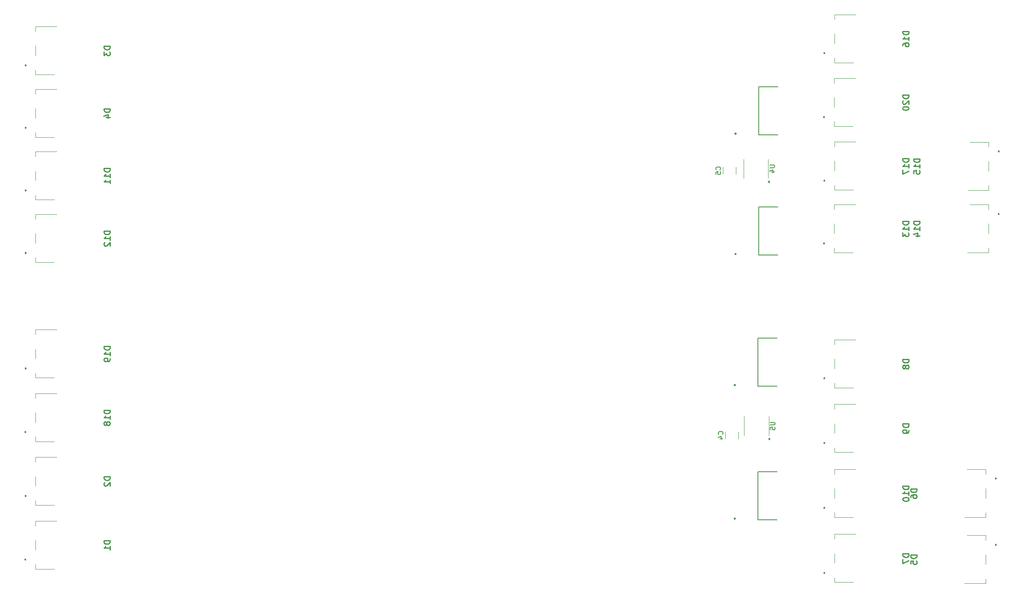
<source format=gbr>
%TF.GenerationSoftware,KiCad,Pcbnew,8.0.8-8.0.8-0~ubuntu22.04.1*%
%TF.CreationDate,2025-02-20T20:21:32-08:00*%
%TF.ProjectId,InverterBoostConverter,496e7665-7274-4657-9242-6f6f7374436f,rev?*%
%TF.SameCoordinates,Original*%
%TF.FileFunction,Legend,Bot*%
%TF.FilePolarity,Positive*%
%FSLAX46Y46*%
G04 Gerber Fmt 4.6, Leading zero omitted, Abs format (unit mm)*
G04 Created by KiCad (PCBNEW 8.0.8-8.0.8-0~ubuntu22.04.1) date 2025-02-20 20:21:32*
%MOMM*%
%LPD*%
G01*
G04 APERTURE LIST*
%ADD10C,0.254000*%
%ADD11C,0.150000*%
%ADD12C,0.300000*%
%ADD13C,0.100000*%
%ADD14C,0.120000*%
%ADD15C,0.200000*%
%ADD16C,0.250000*%
G04 APERTURE END LIST*
D10*
X108793598Y-61457856D02*
X107523598Y-61457856D01*
X107523598Y-61457856D02*
X107523598Y-61760237D01*
X107523598Y-61760237D02*
X107584074Y-61941666D01*
X107584074Y-61941666D02*
X107705026Y-62062618D01*
X107705026Y-62062618D02*
X107825979Y-62123095D01*
X107825979Y-62123095D02*
X108067883Y-62183571D01*
X108067883Y-62183571D02*
X108249312Y-62183571D01*
X108249312Y-62183571D02*
X108491217Y-62123095D01*
X108491217Y-62123095D02*
X108612169Y-62062618D01*
X108612169Y-62062618D02*
X108733122Y-61941666D01*
X108733122Y-61941666D02*
X108793598Y-61760237D01*
X108793598Y-61760237D02*
X108793598Y-61457856D01*
X108793598Y-63393095D02*
X108793598Y-62667380D01*
X108793598Y-63030237D02*
X107523598Y-63030237D01*
X107523598Y-63030237D02*
X107705026Y-62909285D01*
X107705026Y-62909285D02*
X107825979Y-62788333D01*
X107825979Y-62788333D02*
X107886455Y-62667380D01*
X107644550Y-63876904D02*
X107584074Y-63937380D01*
X107584074Y-63937380D02*
X107523598Y-64058333D01*
X107523598Y-64058333D02*
X107523598Y-64360714D01*
X107523598Y-64360714D02*
X107584074Y-64481666D01*
X107584074Y-64481666D02*
X107644550Y-64542142D01*
X107644550Y-64542142D02*
X107765502Y-64602619D01*
X107765502Y-64602619D02*
X107886455Y-64602619D01*
X107886455Y-64602619D02*
X108067883Y-64542142D01*
X108067883Y-64542142D02*
X108793598Y-63816428D01*
X108793598Y-63816428D02*
X108793598Y-64602619D01*
X108793598Y-112562618D02*
X107523598Y-112562618D01*
X107523598Y-112562618D02*
X107523598Y-112864999D01*
X107523598Y-112864999D02*
X107584074Y-113046428D01*
X107584074Y-113046428D02*
X107705026Y-113167380D01*
X107705026Y-113167380D02*
X107825979Y-113227857D01*
X107825979Y-113227857D02*
X108067883Y-113288333D01*
X108067883Y-113288333D02*
X108249312Y-113288333D01*
X108249312Y-113288333D02*
X108491217Y-113227857D01*
X108491217Y-113227857D02*
X108612169Y-113167380D01*
X108612169Y-113167380D02*
X108733122Y-113046428D01*
X108733122Y-113046428D02*
X108793598Y-112864999D01*
X108793598Y-112864999D02*
X108793598Y-112562618D01*
X107644550Y-113772142D02*
X107584074Y-113832618D01*
X107584074Y-113832618D02*
X107523598Y-113953571D01*
X107523598Y-113953571D02*
X107523598Y-114255952D01*
X107523598Y-114255952D02*
X107584074Y-114376904D01*
X107584074Y-114376904D02*
X107644550Y-114437380D01*
X107644550Y-114437380D02*
X107765502Y-114497857D01*
X107765502Y-114497857D02*
X107886455Y-114497857D01*
X107886455Y-114497857D02*
X108067883Y-114437380D01*
X108067883Y-114437380D02*
X108793598Y-113711666D01*
X108793598Y-113711666D02*
X108793598Y-114497857D01*
X108766318Y-125812618D02*
X107496318Y-125812618D01*
X107496318Y-125812618D02*
X107496318Y-126114999D01*
X107496318Y-126114999D02*
X107556794Y-126296428D01*
X107556794Y-126296428D02*
X107677746Y-126417380D01*
X107677746Y-126417380D02*
X107798699Y-126477857D01*
X107798699Y-126477857D02*
X108040603Y-126538333D01*
X108040603Y-126538333D02*
X108222032Y-126538333D01*
X108222032Y-126538333D02*
X108463937Y-126477857D01*
X108463937Y-126477857D02*
X108584889Y-126417380D01*
X108584889Y-126417380D02*
X108705842Y-126296428D01*
X108705842Y-126296428D02*
X108766318Y-126114999D01*
X108766318Y-126114999D02*
X108766318Y-125812618D01*
X108766318Y-127747857D02*
X108766318Y-127022142D01*
X108766318Y-127384999D02*
X107496318Y-127384999D01*
X107496318Y-127384999D02*
X107677746Y-127264047D01*
X107677746Y-127264047D02*
X107798699Y-127143095D01*
X107798699Y-127143095D02*
X107859175Y-127022142D01*
D11*
X245949819Y-101238095D02*
X246759342Y-101238095D01*
X246759342Y-101238095D02*
X246854580Y-101285714D01*
X246854580Y-101285714D02*
X246902200Y-101333333D01*
X246902200Y-101333333D02*
X246949819Y-101428571D01*
X246949819Y-101428571D02*
X246949819Y-101619047D01*
X246949819Y-101619047D02*
X246902200Y-101714285D01*
X246902200Y-101714285D02*
X246854580Y-101761904D01*
X246854580Y-101761904D02*
X246759342Y-101809523D01*
X246759342Y-101809523D02*
X245949819Y-101809523D01*
X245949819Y-102761904D02*
X245949819Y-102285714D01*
X245949819Y-102285714D02*
X246426009Y-102238095D01*
X246426009Y-102238095D02*
X246378390Y-102285714D01*
X246378390Y-102285714D02*
X246330771Y-102380952D01*
X246330771Y-102380952D02*
X246330771Y-102619047D01*
X246330771Y-102619047D02*
X246378390Y-102714285D01*
X246378390Y-102714285D02*
X246426009Y-102761904D01*
X246426009Y-102761904D02*
X246521247Y-102809523D01*
X246521247Y-102809523D02*
X246759342Y-102809523D01*
X246759342Y-102809523D02*
X246854580Y-102761904D01*
X246854580Y-102761904D02*
X246902200Y-102714285D01*
X246902200Y-102714285D02*
X246949819Y-102619047D01*
X246949819Y-102619047D02*
X246949819Y-102380952D01*
X246949819Y-102380952D02*
X246902200Y-102285714D01*
X246902200Y-102285714D02*
X246854580Y-102238095D01*
D10*
X274766318Y-46417856D02*
X273496318Y-46417856D01*
X273496318Y-46417856D02*
X273496318Y-46720237D01*
X273496318Y-46720237D02*
X273556794Y-46901666D01*
X273556794Y-46901666D02*
X273677746Y-47022618D01*
X273677746Y-47022618D02*
X273798699Y-47083095D01*
X273798699Y-47083095D02*
X274040603Y-47143571D01*
X274040603Y-47143571D02*
X274222032Y-47143571D01*
X274222032Y-47143571D02*
X274463937Y-47083095D01*
X274463937Y-47083095D02*
X274584889Y-47022618D01*
X274584889Y-47022618D02*
X274705842Y-46901666D01*
X274705842Y-46901666D02*
X274766318Y-46720237D01*
X274766318Y-46720237D02*
X274766318Y-46417856D01*
X274766318Y-48353095D02*
X274766318Y-47627380D01*
X274766318Y-47990237D02*
X273496318Y-47990237D01*
X273496318Y-47990237D02*
X273677746Y-47869285D01*
X273677746Y-47869285D02*
X273798699Y-47748333D01*
X273798699Y-47748333D02*
X273859175Y-47627380D01*
X273496318Y-48776428D02*
X273496318Y-49623095D01*
X273496318Y-49623095D02*
X274766318Y-49078809D01*
X108793598Y-36062618D02*
X107523598Y-36062618D01*
X107523598Y-36062618D02*
X107523598Y-36364999D01*
X107523598Y-36364999D02*
X107584074Y-36546428D01*
X107584074Y-36546428D02*
X107705026Y-36667380D01*
X107705026Y-36667380D02*
X107825979Y-36727857D01*
X107825979Y-36727857D02*
X108067883Y-36788333D01*
X108067883Y-36788333D02*
X108249312Y-36788333D01*
X108249312Y-36788333D02*
X108491217Y-36727857D01*
X108491217Y-36727857D02*
X108612169Y-36667380D01*
X108612169Y-36667380D02*
X108733122Y-36546428D01*
X108733122Y-36546428D02*
X108793598Y-36364999D01*
X108793598Y-36364999D02*
X108793598Y-36062618D01*
X107946931Y-37876904D02*
X108793598Y-37876904D01*
X107463122Y-37574523D02*
X108370264Y-37272142D01*
X108370264Y-37272142D02*
X108370264Y-38058333D01*
X108793598Y-85457856D02*
X107523598Y-85457856D01*
X107523598Y-85457856D02*
X107523598Y-85760237D01*
X107523598Y-85760237D02*
X107584074Y-85941666D01*
X107584074Y-85941666D02*
X107705026Y-86062618D01*
X107705026Y-86062618D02*
X107825979Y-86123095D01*
X107825979Y-86123095D02*
X108067883Y-86183571D01*
X108067883Y-86183571D02*
X108249312Y-86183571D01*
X108249312Y-86183571D02*
X108491217Y-86123095D01*
X108491217Y-86123095D02*
X108612169Y-86062618D01*
X108612169Y-86062618D02*
X108733122Y-85941666D01*
X108733122Y-85941666D02*
X108793598Y-85760237D01*
X108793598Y-85760237D02*
X108793598Y-85457856D01*
X108793598Y-87393095D02*
X108793598Y-86667380D01*
X108793598Y-87030237D02*
X107523598Y-87030237D01*
X107523598Y-87030237D02*
X107705026Y-86909285D01*
X107705026Y-86909285D02*
X107825979Y-86788333D01*
X107825979Y-86788333D02*
X107886455Y-86667380D01*
X108793598Y-87997857D02*
X108793598Y-88239761D01*
X108793598Y-88239761D02*
X108733122Y-88360714D01*
X108733122Y-88360714D02*
X108672645Y-88421190D01*
X108672645Y-88421190D02*
X108491217Y-88542142D01*
X108491217Y-88542142D02*
X108249312Y-88602619D01*
X108249312Y-88602619D02*
X107765502Y-88602619D01*
X107765502Y-88602619D02*
X107644550Y-88542142D01*
X107644550Y-88542142D02*
X107584074Y-88481666D01*
X107584074Y-88481666D02*
X107523598Y-88360714D01*
X107523598Y-88360714D02*
X107523598Y-88118809D01*
X107523598Y-88118809D02*
X107584074Y-87997857D01*
X107584074Y-87997857D02*
X107644550Y-87937380D01*
X107644550Y-87937380D02*
X107765502Y-87876904D01*
X107765502Y-87876904D02*
X108067883Y-87876904D01*
X108067883Y-87876904D02*
X108188836Y-87937380D01*
X108188836Y-87937380D02*
X108249312Y-87997857D01*
X108249312Y-87997857D02*
X108309788Y-88118809D01*
X108309788Y-88118809D02*
X108309788Y-88360714D01*
X108309788Y-88360714D02*
X108249312Y-88481666D01*
X108249312Y-88481666D02*
X108188836Y-88542142D01*
X108188836Y-88542142D02*
X108067883Y-88602619D01*
D11*
X235559580Y-48770833D02*
X235607200Y-48723214D01*
X235607200Y-48723214D02*
X235654819Y-48580357D01*
X235654819Y-48580357D02*
X235654819Y-48485119D01*
X235654819Y-48485119D02*
X235607200Y-48342262D01*
X235607200Y-48342262D02*
X235511961Y-48247024D01*
X235511961Y-48247024D02*
X235416723Y-48199405D01*
X235416723Y-48199405D02*
X235226247Y-48151786D01*
X235226247Y-48151786D02*
X235083390Y-48151786D01*
X235083390Y-48151786D02*
X234892914Y-48199405D01*
X234892914Y-48199405D02*
X234797676Y-48247024D01*
X234797676Y-48247024D02*
X234702438Y-48342262D01*
X234702438Y-48342262D02*
X234654819Y-48485119D01*
X234654819Y-48485119D02*
X234654819Y-48580357D01*
X234654819Y-48580357D02*
X234702438Y-48723214D01*
X234702438Y-48723214D02*
X234750057Y-48770833D01*
X234654819Y-49675595D02*
X234654819Y-49199405D01*
X234654819Y-49199405D02*
X235131009Y-49151786D01*
X235131009Y-49151786D02*
X235083390Y-49199405D01*
X235083390Y-49199405D02*
X235035771Y-49294643D01*
X235035771Y-49294643D02*
X235035771Y-49532738D01*
X235035771Y-49532738D02*
X235083390Y-49627976D01*
X235083390Y-49627976D02*
X235131009Y-49675595D01*
X235131009Y-49675595D02*
X235226247Y-49723214D01*
X235226247Y-49723214D02*
X235464342Y-49723214D01*
X235464342Y-49723214D02*
X235559580Y-49675595D01*
X235559580Y-49675595D02*
X235607200Y-49627976D01*
X235607200Y-49627976D02*
X235654819Y-49532738D01*
X235654819Y-49532738D02*
X235654819Y-49294643D01*
X235654819Y-49294643D02*
X235607200Y-49199405D01*
X235607200Y-49199405D02*
X235559580Y-49151786D01*
D10*
X274734318Y-59457856D02*
X273464318Y-59457856D01*
X273464318Y-59457856D02*
X273464318Y-59760237D01*
X273464318Y-59760237D02*
X273524794Y-59941666D01*
X273524794Y-59941666D02*
X273645746Y-60062618D01*
X273645746Y-60062618D02*
X273766699Y-60123095D01*
X273766699Y-60123095D02*
X274008603Y-60183571D01*
X274008603Y-60183571D02*
X274190032Y-60183571D01*
X274190032Y-60183571D02*
X274431937Y-60123095D01*
X274431937Y-60123095D02*
X274552889Y-60062618D01*
X274552889Y-60062618D02*
X274673842Y-59941666D01*
X274673842Y-59941666D02*
X274734318Y-59760237D01*
X274734318Y-59760237D02*
X274734318Y-59457856D01*
X274734318Y-61393095D02*
X274734318Y-60667380D01*
X274734318Y-61030237D02*
X273464318Y-61030237D01*
X273464318Y-61030237D02*
X273645746Y-60909285D01*
X273645746Y-60909285D02*
X273766699Y-60788333D01*
X273766699Y-60788333D02*
X273827175Y-60667380D01*
X273464318Y-61816428D02*
X273464318Y-62602619D01*
X273464318Y-62602619D02*
X273948127Y-62179285D01*
X273948127Y-62179285D02*
X273948127Y-62360714D01*
X273948127Y-62360714D02*
X274008603Y-62481666D01*
X274008603Y-62481666D02*
X274069080Y-62542142D01*
X274069080Y-62542142D02*
X274190032Y-62602619D01*
X274190032Y-62602619D02*
X274492413Y-62602619D01*
X274492413Y-62602619D02*
X274613365Y-62542142D01*
X274613365Y-62542142D02*
X274673842Y-62481666D01*
X274673842Y-62481666D02*
X274734318Y-62360714D01*
X274734318Y-62360714D02*
X274734318Y-61997857D01*
X274734318Y-61997857D02*
X274673842Y-61876904D01*
X274673842Y-61876904D02*
X274613365Y-61816428D01*
X276992318Y-59457856D02*
X275722318Y-59457856D01*
X275722318Y-59457856D02*
X275722318Y-59760237D01*
X275722318Y-59760237D02*
X275782794Y-59941666D01*
X275782794Y-59941666D02*
X275903746Y-60062618D01*
X275903746Y-60062618D02*
X276024699Y-60123095D01*
X276024699Y-60123095D02*
X276266603Y-60183571D01*
X276266603Y-60183571D02*
X276448032Y-60183571D01*
X276448032Y-60183571D02*
X276689937Y-60123095D01*
X276689937Y-60123095D02*
X276810889Y-60062618D01*
X276810889Y-60062618D02*
X276931842Y-59941666D01*
X276931842Y-59941666D02*
X276992318Y-59760237D01*
X276992318Y-59760237D02*
X276992318Y-59457856D01*
X276992318Y-61393095D02*
X276992318Y-60667380D01*
X276992318Y-61030237D02*
X275722318Y-61030237D01*
X275722318Y-61030237D02*
X275903746Y-60909285D01*
X275903746Y-60909285D02*
X276024699Y-60788333D01*
X276024699Y-60788333D02*
X276085175Y-60667380D01*
X276145651Y-62481666D02*
X276992318Y-62481666D01*
X275661842Y-62179285D02*
X276568984Y-61876904D01*
X276568984Y-61876904D02*
X276568984Y-62663095D01*
D11*
X236059580Y-103770833D02*
X236107200Y-103723214D01*
X236107200Y-103723214D02*
X236154819Y-103580357D01*
X236154819Y-103580357D02*
X236154819Y-103485119D01*
X236154819Y-103485119D02*
X236107200Y-103342262D01*
X236107200Y-103342262D02*
X236011961Y-103247024D01*
X236011961Y-103247024D02*
X235916723Y-103199405D01*
X235916723Y-103199405D02*
X235726247Y-103151786D01*
X235726247Y-103151786D02*
X235583390Y-103151786D01*
X235583390Y-103151786D02*
X235392914Y-103199405D01*
X235392914Y-103199405D02*
X235297676Y-103247024D01*
X235297676Y-103247024D02*
X235202438Y-103342262D01*
X235202438Y-103342262D02*
X235154819Y-103485119D01*
X235154819Y-103485119D02*
X235154819Y-103580357D01*
X235154819Y-103580357D02*
X235202438Y-103723214D01*
X235202438Y-103723214D02*
X235250057Y-103770833D01*
X235488152Y-104627976D02*
X236154819Y-104627976D01*
X235107200Y-104389881D02*
X235821485Y-104151786D01*
X235821485Y-104151786D02*
X235821485Y-104770833D01*
D10*
X274766318Y-128562618D02*
X273496318Y-128562618D01*
X273496318Y-128562618D02*
X273496318Y-128864999D01*
X273496318Y-128864999D02*
X273556794Y-129046428D01*
X273556794Y-129046428D02*
X273677746Y-129167380D01*
X273677746Y-129167380D02*
X273798699Y-129227857D01*
X273798699Y-129227857D02*
X274040603Y-129288333D01*
X274040603Y-129288333D02*
X274222032Y-129288333D01*
X274222032Y-129288333D02*
X274463937Y-129227857D01*
X274463937Y-129227857D02*
X274584889Y-129167380D01*
X274584889Y-129167380D02*
X274705842Y-129046428D01*
X274705842Y-129046428D02*
X274766318Y-128864999D01*
X274766318Y-128864999D02*
X274766318Y-128562618D01*
X273496318Y-129711666D02*
X273496318Y-130558333D01*
X273496318Y-130558333D02*
X274766318Y-130014047D01*
X274766318Y-101562618D02*
X273496318Y-101562618D01*
X273496318Y-101562618D02*
X273496318Y-101864999D01*
X273496318Y-101864999D02*
X273556794Y-102046428D01*
X273556794Y-102046428D02*
X273677746Y-102167380D01*
X273677746Y-102167380D02*
X273798699Y-102227857D01*
X273798699Y-102227857D02*
X274040603Y-102288333D01*
X274040603Y-102288333D02*
X274222032Y-102288333D01*
X274222032Y-102288333D02*
X274463937Y-102227857D01*
X274463937Y-102227857D02*
X274584889Y-102167380D01*
X274584889Y-102167380D02*
X274705842Y-102046428D01*
X274705842Y-102046428D02*
X274766318Y-101864999D01*
X274766318Y-101864999D02*
X274766318Y-101562618D01*
X274766318Y-102893095D02*
X274766318Y-103134999D01*
X274766318Y-103134999D02*
X274705842Y-103255952D01*
X274705842Y-103255952D02*
X274645365Y-103316428D01*
X274645365Y-103316428D02*
X274463937Y-103437380D01*
X274463937Y-103437380D02*
X274222032Y-103497857D01*
X274222032Y-103497857D02*
X273738222Y-103497857D01*
X273738222Y-103497857D02*
X273617270Y-103437380D01*
X273617270Y-103437380D02*
X273556794Y-103376904D01*
X273556794Y-103376904D02*
X273496318Y-103255952D01*
X273496318Y-103255952D02*
X273496318Y-103014047D01*
X273496318Y-103014047D02*
X273556794Y-102893095D01*
X273556794Y-102893095D02*
X273617270Y-102832618D01*
X273617270Y-102832618D02*
X273738222Y-102772142D01*
X273738222Y-102772142D02*
X274040603Y-102772142D01*
X274040603Y-102772142D02*
X274161556Y-102832618D01*
X274161556Y-102832618D02*
X274222032Y-102893095D01*
X274222032Y-102893095D02*
X274282508Y-103014047D01*
X274282508Y-103014047D02*
X274282508Y-103255952D01*
X274282508Y-103255952D02*
X274222032Y-103376904D01*
X274222032Y-103376904D02*
X274161556Y-103437380D01*
X274161556Y-103437380D02*
X274040603Y-103497857D01*
X108793598Y-23062618D02*
X107523598Y-23062618D01*
X107523598Y-23062618D02*
X107523598Y-23364999D01*
X107523598Y-23364999D02*
X107584074Y-23546428D01*
X107584074Y-23546428D02*
X107705026Y-23667380D01*
X107705026Y-23667380D02*
X107825979Y-23727857D01*
X107825979Y-23727857D02*
X108067883Y-23788333D01*
X108067883Y-23788333D02*
X108249312Y-23788333D01*
X108249312Y-23788333D02*
X108491217Y-23727857D01*
X108491217Y-23727857D02*
X108612169Y-23667380D01*
X108612169Y-23667380D02*
X108733122Y-23546428D01*
X108733122Y-23546428D02*
X108793598Y-23364999D01*
X108793598Y-23364999D02*
X108793598Y-23062618D01*
X107523598Y-24211666D02*
X107523598Y-24997857D01*
X107523598Y-24997857D02*
X108007407Y-24574523D01*
X108007407Y-24574523D02*
X108007407Y-24755952D01*
X108007407Y-24755952D02*
X108067883Y-24876904D01*
X108067883Y-24876904D02*
X108128360Y-24937380D01*
X108128360Y-24937380D02*
X108249312Y-24997857D01*
X108249312Y-24997857D02*
X108551693Y-24997857D01*
X108551693Y-24997857D02*
X108672645Y-24937380D01*
X108672645Y-24937380D02*
X108733122Y-24876904D01*
X108733122Y-24876904D02*
X108793598Y-24755952D01*
X108793598Y-24755952D02*
X108793598Y-24393095D01*
X108793598Y-24393095D02*
X108733122Y-24272142D01*
X108733122Y-24272142D02*
X108672645Y-24211666D01*
X274766318Y-19957856D02*
X273496318Y-19957856D01*
X273496318Y-19957856D02*
X273496318Y-20260237D01*
X273496318Y-20260237D02*
X273556794Y-20441666D01*
X273556794Y-20441666D02*
X273677746Y-20562618D01*
X273677746Y-20562618D02*
X273798699Y-20623095D01*
X273798699Y-20623095D02*
X274040603Y-20683571D01*
X274040603Y-20683571D02*
X274222032Y-20683571D01*
X274222032Y-20683571D02*
X274463937Y-20623095D01*
X274463937Y-20623095D02*
X274584889Y-20562618D01*
X274584889Y-20562618D02*
X274705842Y-20441666D01*
X274705842Y-20441666D02*
X274766318Y-20260237D01*
X274766318Y-20260237D02*
X274766318Y-19957856D01*
X274766318Y-21893095D02*
X274766318Y-21167380D01*
X274766318Y-21530237D02*
X273496318Y-21530237D01*
X273496318Y-21530237D02*
X273677746Y-21409285D01*
X273677746Y-21409285D02*
X273798699Y-21288333D01*
X273798699Y-21288333D02*
X273859175Y-21167380D01*
X273496318Y-22981666D02*
X273496318Y-22739761D01*
X273496318Y-22739761D02*
X273556794Y-22618809D01*
X273556794Y-22618809D02*
X273617270Y-22558333D01*
X273617270Y-22558333D02*
X273798699Y-22437380D01*
X273798699Y-22437380D02*
X274040603Y-22376904D01*
X274040603Y-22376904D02*
X274524413Y-22376904D01*
X274524413Y-22376904D02*
X274645365Y-22437380D01*
X274645365Y-22437380D02*
X274705842Y-22497857D01*
X274705842Y-22497857D02*
X274766318Y-22618809D01*
X274766318Y-22618809D02*
X274766318Y-22860714D01*
X274766318Y-22860714D02*
X274705842Y-22981666D01*
X274705842Y-22981666D02*
X274645365Y-23042142D01*
X274645365Y-23042142D02*
X274524413Y-23102619D01*
X274524413Y-23102619D02*
X274222032Y-23102619D01*
X274222032Y-23102619D02*
X274101080Y-23042142D01*
X274101080Y-23042142D02*
X274040603Y-22981666D01*
X274040603Y-22981666D02*
X273980127Y-22860714D01*
X273980127Y-22860714D02*
X273980127Y-22618809D01*
X273980127Y-22618809D02*
X274040603Y-22497857D01*
X274040603Y-22497857D02*
X274101080Y-22437380D01*
X274101080Y-22437380D02*
X274222032Y-22376904D01*
X274766318Y-88137618D02*
X273496318Y-88137618D01*
X273496318Y-88137618D02*
X273496318Y-88439999D01*
X273496318Y-88439999D02*
X273556794Y-88621428D01*
X273556794Y-88621428D02*
X273677746Y-88742380D01*
X273677746Y-88742380D02*
X273798699Y-88802857D01*
X273798699Y-88802857D02*
X274040603Y-88863333D01*
X274040603Y-88863333D02*
X274222032Y-88863333D01*
X274222032Y-88863333D02*
X274463937Y-88802857D01*
X274463937Y-88802857D02*
X274584889Y-88742380D01*
X274584889Y-88742380D02*
X274705842Y-88621428D01*
X274705842Y-88621428D02*
X274766318Y-88439999D01*
X274766318Y-88439999D02*
X274766318Y-88137618D01*
X274040603Y-89589047D02*
X273980127Y-89468095D01*
X273980127Y-89468095D02*
X273919651Y-89407618D01*
X273919651Y-89407618D02*
X273798699Y-89347142D01*
X273798699Y-89347142D02*
X273738222Y-89347142D01*
X273738222Y-89347142D02*
X273617270Y-89407618D01*
X273617270Y-89407618D02*
X273556794Y-89468095D01*
X273556794Y-89468095D02*
X273496318Y-89589047D01*
X273496318Y-89589047D02*
X273496318Y-89830952D01*
X273496318Y-89830952D02*
X273556794Y-89951904D01*
X273556794Y-89951904D02*
X273617270Y-90012380D01*
X273617270Y-90012380D02*
X273738222Y-90072857D01*
X273738222Y-90072857D02*
X273798699Y-90072857D01*
X273798699Y-90072857D02*
X273919651Y-90012380D01*
X273919651Y-90012380D02*
X273980127Y-89951904D01*
X273980127Y-89951904D02*
X274040603Y-89830952D01*
X274040603Y-89830952D02*
X274040603Y-89589047D01*
X274040603Y-89589047D02*
X274101080Y-89468095D01*
X274101080Y-89468095D02*
X274161556Y-89407618D01*
X274161556Y-89407618D02*
X274282508Y-89347142D01*
X274282508Y-89347142D02*
X274524413Y-89347142D01*
X274524413Y-89347142D02*
X274645365Y-89407618D01*
X274645365Y-89407618D02*
X274705842Y-89468095D01*
X274705842Y-89468095D02*
X274766318Y-89589047D01*
X274766318Y-89589047D02*
X274766318Y-89830952D01*
X274766318Y-89830952D02*
X274705842Y-89951904D01*
X274705842Y-89951904D02*
X274645365Y-90012380D01*
X274645365Y-90012380D02*
X274524413Y-90072857D01*
X274524413Y-90072857D02*
X274282508Y-90072857D01*
X274282508Y-90072857D02*
X274161556Y-90012380D01*
X274161556Y-90012380D02*
X274101080Y-89951904D01*
X274101080Y-89951904D02*
X274040603Y-89830952D01*
D11*
X245854819Y-47763095D02*
X246664342Y-47763095D01*
X246664342Y-47763095D02*
X246759580Y-47810714D01*
X246759580Y-47810714D02*
X246807200Y-47858333D01*
X246807200Y-47858333D02*
X246854819Y-47953571D01*
X246854819Y-47953571D02*
X246854819Y-48144047D01*
X246854819Y-48144047D02*
X246807200Y-48239285D01*
X246807200Y-48239285D02*
X246759580Y-48286904D01*
X246759580Y-48286904D02*
X246664342Y-48334523D01*
X246664342Y-48334523D02*
X245854819Y-48334523D01*
X246188152Y-49239285D02*
X246854819Y-49239285D01*
X245807200Y-49001190D02*
X246521485Y-48763095D01*
X246521485Y-48763095D02*
X246521485Y-49382142D01*
D10*
X276382318Y-128822618D02*
X275112318Y-128822618D01*
X275112318Y-128822618D02*
X275112318Y-129124999D01*
X275112318Y-129124999D02*
X275172794Y-129306428D01*
X275172794Y-129306428D02*
X275293746Y-129427380D01*
X275293746Y-129427380D02*
X275414699Y-129487857D01*
X275414699Y-129487857D02*
X275656603Y-129548333D01*
X275656603Y-129548333D02*
X275838032Y-129548333D01*
X275838032Y-129548333D02*
X276079937Y-129487857D01*
X276079937Y-129487857D02*
X276200889Y-129427380D01*
X276200889Y-129427380D02*
X276321842Y-129306428D01*
X276321842Y-129306428D02*
X276382318Y-129124999D01*
X276382318Y-129124999D02*
X276382318Y-128822618D01*
X275112318Y-130697380D02*
X275112318Y-130092618D01*
X275112318Y-130092618D02*
X275717080Y-130032142D01*
X275717080Y-130032142D02*
X275656603Y-130092618D01*
X275656603Y-130092618D02*
X275596127Y-130213571D01*
X275596127Y-130213571D02*
X275596127Y-130515952D01*
X275596127Y-130515952D02*
X275656603Y-130636904D01*
X275656603Y-130636904D02*
X275717080Y-130697380D01*
X275717080Y-130697380D02*
X275838032Y-130757857D01*
X275838032Y-130757857D02*
X276140413Y-130757857D01*
X276140413Y-130757857D02*
X276261365Y-130697380D01*
X276261365Y-130697380D02*
X276321842Y-130636904D01*
X276321842Y-130636904D02*
X276382318Y-130515952D01*
X276382318Y-130515952D02*
X276382318Y-130213571D01*
X276382318Y-130213571D02*
X276321842Y-130092618D01*
X276321842Y-130092618D02*
X276261365Y-130032142D01*
X108766318Y-98707856D02*
X107496318Y-98707856D01*
X107496318Y-98707856D02*
X107496318Y-99010237D01*
X107496318Y-99010237D02*
X107556794Y-99191666D01*
X107556794Y-99191666D02*
X107677746Y-99312618D01*
X107677746Y-99312618D02*
X107798699Y-99373095D01*
X107798699Y-99373095D02*
X108040603Y-99433571D01*
X108040603Y-99433571D02*
X108222032Y-99433571D01*
X108222032Y-99433571D02*
X108463937Y-99373095D01*
X108463937Y-99373095D02*
X108584889Y-99312618D01*
X108584889Y-99312618D02*
X108705842Y-99191666D01*
X108705842Y-99191666D02*
X108766318Y-99010237D01*
X108766318Y-99010237D02*
X108766318Y-98707856D01*
X108766318Y-100643095D02*
X108766318Y-99917380D01*
X108766318Y-100280237D02*
X107496318Y-100280237D01*
X107496318Y-100280237D02*
X107677746Y-100159285D01*
X107677746Y-100159285D02*
X107798699Y-100038333D01*
X107798699Y-100038333D02*
X107859175Y-99917380D01*
X108040603Y-101368809D02*
X107980127Y-101247857D01*
X107980127Y-101247857D02*
X107919651Y-101187380D01*
X107919651Y-101187380D02*
X107798699Y-101126904D01*
X107798699Y-101126904D02*
X107738222Y-101126904D01*
X107738222Y-101126904D02*
X107617270Y-101187380D01*
X107617270Y-101187380D02*
X107556794Y-101247857D01*
X107556794Y-101247857D02*
X107496318Y-101368809D01*
X107496318Y-101368809D02*
X107496318Y-101610714D01*
X107496318Y-101610714D02*
X107556794Y-101731666D01*
X107556794Y-101731666D02*
X107617270Y-101792142D01*
X107617270Y-101792142D02*
X107738222Y-101852619D01*
X107738222Y-101852619D02*
X107798699Y-101852619D01*
X107798699Y-101852619D02*
X107919651Y-101792142D01*
X107919651Y-101792142D02*
X107980127Y-101731666D01*
X107980127Y-101731666D02*
X108040603Y-101610714D01*
X108040603Y-101610714D02*
X108040603Y-101368809D01*
X108040603Y-101368809D02*
X108101080Y-101247857D01*
X108101080Y-101247857D02*
X108161556Y-101187380D01*
X108161556Y-101187380D02*
X108282508Y-101126904D01*
X108282508Y-101126904D02*
X108524413Y-101126904D01*
X108524413Y-101126904D02*
X108645365Y-101187380D01*
X108645365Y-101187380D02*
X108705842Y-101247857D01*
X108705842Y-101247857D02*
X108766318Y-101368809D01*
X108766318Y-101368809D02*
X108766318Y-101610714D01*
X108766318Y-101610714D02*
X108705842Y-101731666D01*
X108705842Y-101731666D02*
X108645365Y-101792142D01*
X108645365Y-101792142D02*
X108524413Y-101852619D01*
X108524413Y-101852619D02*
X108282508Y-101852619D01*
X108282508Y-101852619D02*
X108161556Y-101792142D01*
X108161556Y-101792142D02*
X108101080Y-101731666D01*
X108101080Y-101731666D02*
X108040603Y-101610714D01*
X274734318Y-33207856D02*
X273464318Y-33207856D01*
X273464318Y-33207856D02*
X273464318Y-33510237D01*
X273464318Y-33510237D02*
X273524794Y-33691666D01*
X273524794Y-33691666D02*
X273645746Y-33812618D01*
X273645746Y-33812618D02*
X273766699Y-33873095D01*
X273766699Y-33873095D02*
X274008603Y-33933571D01*
X274008603Y-33933571D02*
X274190032Y-33933571D01*
X274190032Y-33933571D02*
X274431937Y-33873095D01*
X274431937Y-33873095D02*
X274552889Y-33812618D01*
X274552889Y-33812618D02*
X274673842Y-33691666D01*
X274673842Y-33691666D02*
X274734318Y-33510237D01*
X274734318Y-33510237D02*
X274734318Y-33207856D01*
X273585270Y-34417380D02*
X273524794Y-34477856D01*
X273524794Y-34477856D02*
X273464318Y-34598809D01*
X273464318Y-34598809D02*
X273464318Y-34901190D01*
X273464318Y-34901190D02*
X273524794Y-35022142D01*
X273524794Y-35022142D02*
X273585270Y-35082618D01*
X273585270Y-35082618D02*
X273706222Y-35143095D01*
X273706222Y-35143095D02*
X273827175Y-35143095D01*
X273827175Y-35143095D02*
X274008603Y-35082618D01*
X274008603Y-35082618D02*
X274734318Y-34356904D01*
X274734318Y-34356904D02*
X274734318Y-35143095D01*
X273464318Y-35929285D02*
X273464318Y-36050238D01*
X273464318Y-36050238D02*
X273524794Y-36171190D01*
X273524794Y-36171190D02*
X273585270Y-36231666D01*
X273585270Y-36231666D02*
X273706222Y-36292142D01*
X273706222Y-36292142D02*
X273948127Y-36352619D01*
X273948127Y-36352619D02*
X274250508Y-36352619D01*
X274250508Y-36352619D02*
X274492413Y-36292142D01*
X274492413Y-36292142D02*
X274613365Y-36231666D01*
X274613365Y-36231666D02*
X274673842Y-36171190D01*
X274673842Y-36171190D02*
X274734318Y-36050238D01*
X274734318Y-36050238D02*
X274734318Y-35929285D01*
X274734318Y-35929285D02*
X274673842Y-35808333D01*
X274673842Y-35808333D02*
X274613365Y-35747857D01*
X274613365Y-35747857D02*
X274492413Y-35687380D01*
X274492413Y-35687380D02*
X274250508Y-35626904D01*
X274250508Y-35626904D02*
X273948127Y-35626904D01*
X273948127Y-35626904D02*
X273706222Y-35687380D01*
X273706222Y-35687380D02*
X273585270Y-35747857D01*
X273585270Y-35747857D02*
X273524794Y-35808333D01*
X273524794Y-35808333D02*
X273464318Y-35929285D01*
X274766318Y-114457856D02*
X273496318Y-114457856D01*
X273496318Y-114457856D02*
X273496318Y-114760237D01*
X273496318Y-114760237D02*
X273556794Y-114941666D01*
X273556794Y-114941666D02*
X273677746Y-115062618D01*
X273677746Y-115062618D02*
X273798699Y-115123095D01*
X273798699Y-115123095D02*
X274040603Y-115183571D01*
X274040603Y-115183571D02*
X274222032Y-115183571D01*
X274222032Y-115183571D02*
X274463937Y-115123095D01*
X274463937Y-115123095D02*
X274584889Y-115062618D01*
X274584889Y-115062618D02*
X274705842Y-114941666D01*
X274705842Y-114941666D02*
X274766318Y-114760237D01*
X274766318Y-114760237D02*
X274766318Y-114457856D01*
X274766318Y-116393095D02*
X274766318Y-115667380D01*
X274766318Y-116030237D02*
X273496318Y-116030237D01*
X273496318Y-116030237D02*
X273677746Y-115909285D01*
X273677746Y-115909285D02*
X273798699Y-115788333D01*
X273798699Y-115788333D02*
X273859175Y-115667380D01*
X273496318Y-117179285D02*
X273496318Y-117300238D01*
X273496318Y-117300238D02*
X273556794Y-117421190D01*
X273556794Y-117421190D02*
X273617270Y-117481666D01*
X273617270Y-117481666D02*
X273738222Y-117542142D01*
X273738222Y-117542142D02*
X273980127Y-117602619D01*
X273980127Y-117602619D02*
X274282508Y-117602619D01*
X274282508Y-117602619D02*
X274524413Y-117542142D01*
X274524413Y-117542142D02*
X274645365Y-117481666D01*
X274645365Y-117481666D02*
X274705842Y-117421190D01*
X274705842Y-117421190D02*
X274766318Y-117300238D01*
X274766318Y-117300238D02*
X274766318Y-117179285D01*
X274766318Y-117179285D02*
X274705842Y-117058333D01*
X274705842Y-117058333D02*
X274645365Y-116997857D01*
X274645365Y-116997857D02*
X274524413Y-116937380D01*
X274524413Y-116937380D02*
X274282508Y-116876904D01*
X274282508Y-116876904D02*
X273980127Y-116876904D01*
X273980127Y-116876904D02*
X273738222Y-116937380D01*
X273738222Y-116937380D02*
X273617270Y-116997857D01*
X273617270Y-116997857D02*
X273556794Y-117058333D01*
X273556794Y-117058333D02*
X273496318Y-117179285D01*
X276382318Y-115062618D02*
X275112318Y-115062618D01*
X275112318Y-115062618D02*
X275112318Y-115364999D01*
X275112318Y-115364999D02*
X275172794Y-115546428D01*
X275172794Y-115546428D02*
X275293746Y-115667380D01*
X275293746Y-115667380D02*
X275414699Y-115727857D01*
X275414699Y-115727857D02*
X275656603Y-115788333D01*
X275656603Y-115788333D02*
X275838032Y-115788333D01*
X275838032Y-115788333D02*
X276079937Y-115727857D01*
X276079937Y-115727857D02*
X276200889Y-115667380D01*
X276200889Y-115667380D02*
X276321842Y-115546428D01*
X276321842Y-115546428D02*
X276382318Y-115364999D01*
X276382318Y-115364999D02*
X276382318Y-115062618D01*
X275112318Y-116876904D02*
X275112318Y-116634999D01*
X275112318Y-116634999D02*
X275172794Y-116514047D01*
X275172794Y-116514047D02*
X275233270Y-116453571D01*
X275233270Y-116453571D02*
X275414699Y-116332618D01*
X275414699Y-116332618D02*
X275656603Y-116272142D01*
X275656603Y-116272142D02*
X276140413Y-116272142D01*
X276140413Y-116272142D02*
X276261365Y-116332618D01*
X276261365Y-116332618D02*
X276321842Y-116393095D01*
X276321842Y-116393095D02*
X276382318Y-116514047D01*
X276382318Y-116514047D02*
X276382318Y-116755952D01*
X276382318Y-116755952D02*
X276321842Y-116876904D01*
X276321842Y-116876904D02*
X276261365Y-116937380D01*
X276261365Y-116937380D02*
X276140413Y-116997857D01*
X276140413Y-116997857D02*
X275838032Y-116997857D01*
X275838032Y-116997857D02*
X275717080Y-116937380D01*
X275717080Y-116937380D02*
X275656603Y-116876904D01*
X275656603Y-116876904D02*
X275596127Y-116755952D01*
X275596127Y-116755952D02*
X275596127Y-116514047D01*
X275596127Y-116514047D02*
X275656603Y-116393095D01*
X275656603Y-116393095D02*
X275717080Y-116332618D01*
X275717080Y-116332618D02*
X275838032Y-116272142D01*
X108793598Y-48457856D02*
X107523598Y-48457856D01*
X107523598Y-48457856D02*
X107523598Y-48760237D01*
X107523598Y-48760237D02*
X107584074Y-48941666D01*
X107584074Y-48941666D02*
X107705026Y-49062618D01*
X107705026Y-49062618D02*
X107825979Y-49123095D01*
X107825979Y-49123095D02*
X108067883Y-49183571D01*
X108067883Y-49183571D02*
X108249312Y-49183571D01*
X108249312Y-49183571D02*
X108491217Y-49123095D01*
X108491217Y-49123095D02*
X108612169Y-49062618D01*
X108612169Y-49062618D02*
X108733122Y-48941666D01*
X108733122Y-48941666D02*
X108793598Y-48760237D01*
X108793598Y-48760237D02*
X108793598Y-48457856D01*
X108793598Y-50393095D02*
X108793598Y-49667380D01*
X108793598Y-50030237D02*
X107523598Y-50030237D01*
X107523598Y-50030237D02*
X107705026Y-49909285D01*
X107705026Y-49909285D02*
X107825979Y-49788333D01*
X107825979Y-49788333D02*
X107886455Y-49667380D01*
X108793598Y-51602619D02*
X108793598Y-50876904D01*
X108793598Y-51239761D02*
X107523598Y-51239761D01*
X107523598Y-51239761D02*
X107705026Y-51118809D01*
X107705026Y-51118809D02*
X107825979Y-50997857D01*
X107825979Y-50997857D02*
X107886455Y-50876904D01*
X277042318Y-46457856D02*
X275772318Y-46457856D01*
X275772318Y-46457856D02*
X275772318Y-46760237D01*
X275772318Y-46760237D02*
X275832794Y-46941666D01*
X275832794Y-46941666D02*
X275953746Y-47062618D01*
X275953746Y-47062618D02*
X276074699Y-47123095D01*
X276074699Y-47123095D02*
X276316603Y-47183571D01*
X276316603Y-47183571D02*
X276498032Y-47183571D01*
X276498032Y-47183571D02*
X276739937Y-47123095D01*
X276739937Y-47123095D02*
X276860889Y-47062618D01*
X276860889Y-47062618D02*
X276981842Y-46941666D01*
X276981842Y-46941666D02*
X277042318Y-46760237D01*
X277042318Y-46760237D02*
X277042318Y-46457856D01*
X277042318Y-48393095D02*
X277042318Y-47667380D01*
X277042318Y-48030237D02*
X275772318Y-48030237D01*
X275772318Y-48030237D02*
X275953746Y-47909285D01*
X275953746Y-47909285D02*
X276074699Y-47788333D01*
X276074699Y-47788333D02*
X276135175Y-47667380D01*
X275772318Y-49542142D02*
X275772318Y-48937380D01*
X275772318Y-48937380D02*
X276377080Y-48876904D01*
X276377080Y-48876904D02*
X276316603Y-48937380D01*
X276316603Y-48937380D02*
X276256127Y-49058333D01*
X276256127Y-49058333D02*
X276256127Y-49360714D01*
X276256127Y-49360714D02*
X276316603Y-49481666D01*
X276316603Y-49481666D02*
X276377080Y-49542142D01*
X276377080Y-49542142D02*
X276498032Y-49602619D01*
X276498032Y-49602619D02*
X276800413Y-49602619D01*
X276800413Y-49602619D02*
X276921365Y-49542142D01*
X276921365Y-49542142D02*
X276981842Y-49481666D01*
X276981842Y-49481666D02*
X277042318Y-49360714D01*
X277042318Y-49360714D02*
X277042318Y-49058333D01*
X277042318Y-49058333D02*
X276981842Y-48937380D01*
X276981842Y-48937380D02*
X276921365Y-48876904D01*
D12*
%TO.C,D12*%
X91219280Y-66000000D02*
X91219280Y-66000000D01*
X91219280Y-66100000D02*
X91219280Y-66100000D01*
D13*
X93324280Y-58000000D02*
X97719280Y-58000000D01*
X93324280Y-59000000D02*
X93324280Y-58000000D01*
X93324280Y-62000000D02*
X93324280Y-64000000D01*
X93324280Y-67000000D02*
X93324280Y-68000000D01*
X93324280Y-68000000D02*
X97219280Y-68000000D01*
D12*
X91219280Y-66000000D02*
G75*
G02*
X91219280Y-66100000I0J-50000D01*
G01*
X91219280Y-66100000D02*
G75*
G02*
X91219280Y-66000000I0J50000D01*
G01*
%TO.C,D2*%
X91219280Y-116500000D02*
X91219280Y-116500000D01*
X91219280Y-116600000D02*
X91219280Y-116600000D01*
D13*
X93324280Y-108500000D02*
X97719280Y-108500000D01*
X93324280Y-109500000D02*
X93324280Y-108500000D01*
X93324280Y-112500000D02*
X93324280Y-114500000D01*
X93324280Y-117500000D02*
X93324280Y-118500000D01*
X93324280Y-118500000D02*
X97219280Y-118500000D01*
D12*
X91219280Y-116500000D02*
G75*
G02*
X91219280Y-116600000I0J-50000D01*
G01*
X91219280Y-116600000D02*
G75*
G02*
X91219280Y-116500000I0J50000D01*
G01*
%TO.C,D1*%
X91192000Y-129750000D02*
X91192000Y-129750000D01*
X91192000Y-129850000D02*
X91192000Y-129850000D01*
D13*
X93297000Y-121750000D02*
X97692000Y-121750000D01*
X93297000Y-122750000D02*
X93297000Y-121750000D01*
X93297000Y-125750000D02*
X93297000Y-127750000D01*
X93297000Y-130750000D02*
X93297000Y-131750000D01*
X93297000Y-131750000D02*
X97192000Y-131750000D01*
D12*
X91192000Y-129750000D02*
G75*
G02*
X91192000Y-129850000I0J-50000D01*
G01*
X91192000Y-129850000D02*
G75*
G02*
X91192000Y-129750000I0J50000D01*
G01*
D14*
%TO.C,U5*%
X240535000Y-100050000D02*
X240535000Y-102000000D01*
X240535000Y-103950000D02*
X240535000Y-102000000D01*
X245655000Y-100050000D02*
X245655000Y-102000000D01*
X245655000Y-103950000D02*
X245655000Y-102000000D01*
X245890000Y-104940000D02*
X245560000Y-104700000D01*
X245890000Y-104460000D01*
X245890000Y-104940000D01*
G36*
X245890000Y-104940000D02*
G01*
X245560000Y-104700000D01*
X245890000Y-104460000D01*
X245890000Y-104940000D01*
G37*
D15*
%TO.C,Q1*%
X243400000Y-121500000D02*
X243400000Y-111500000D01*
X247400000Y-111500000D02*
X243400000Y-111500000D01*
X247400000Y-121500000D02*
X243400000Y-121500000D01*
D16*
X238725000Y-121260000D02*
G75*
G02*
X238475000Y-121260000I-125000J0D01*
G01*
X238475000Y-121260000D02*
G75*
G02*
X238725000Y-121260000I125000J0D01*
G01*
D12*
%TO.C,D17*%
X257192000Y-50960000D02*
X257192000Y-50960000D01*
X257192000Y-51060000D02*
X257192000Y-51060000D01*
D13*
X259297000Y-42960000D02*
X263692000Y-42960000D01*
X259297000Y-43960000D02*
X259297000Y-42960000D01*
X259297000Y-46960000D02*
X259297000Y-48960000D01*
X259297000Y-51960000D02*
X259297000Y-52960000D01*
X259297000Y-52960000D02*
X263192000Y-52960000D01*
D12*
X257192000Y-50960000D02*
G75*
G02*
X257192000Y-51060000I0J-50000D01*
G01*
X257192000Y-51060000D02*
G75*
G02*
X257192000Y-50960000I0J50000D01*
G01*
%TO.C,D4*%
X91219280Y-40000000D02*
X91219280Y-40000000D01*
X91219280Y-40100000D02*
X91219280Y-40100000D01*
D13*
X93324280Y-32000000D02*
X97719280Y-32000000D01*
X93324280Y-33000000D02*
X93324280Y-32000000D01*
X93324280Y-36000000D02*
X93324280Y-38000000D01*
X93324280Y-41000000D02*
X93324280Y-42000000D01*
X93324280Y-42000000D02*
X97219280Y-42000000D01*
D12*
X91219280Y-40000000D02*
G75*
G02*
X91219280Y-40100000I0J-50000D01*
G01*
X91219280Y-40100000D02*
G75*
G02*
X91219280Y-40000000I0J50000D01*
G01*
%TO.C,D19*%
X91219280Y-90000000D02*
X91219280Y-90000000D01*
X91219280Y-90100000D02*
X91219280Y-90100000D01*
D13*
X93324280Y-82000000D02*
X97719280Y-82000000D01*
X93324280Y-83000000D02*
X93324280Y-82000000D01*
X93324280Y-86000000D02*
X93324280Y-88000000D01*
X93324280Y-91000000D02*
X93324280Y-92000000D01*
X93324280Y-92000000D02*
X97219280Y-92000000D01*
D12*
X91219280Y-90000000D02*
G75*
G02*
X91219280Y-90100000I0J-50000D01*
G01*
X91219280Y-90100000D02*
G75*
G02*
X91219280Y-90000000I0J50000D01*
G01*
D14*
%TO.C,C5*%
X236140000Y-49648752D02*
X236140000Y-48226248D01*
X238860000Y-49648752D02*
X238860000Y-48226248D01*
D12*
%TO.C,D13*%
X257160000Y-64000000D02*
X257160000Y-64000000D01*
X257160000Y-64100000D02*
X257160000Y-64100000D01*
D13*
X259265000Y-56000000D02*
X263660000Y-56000000D01*
X259265000Y-57000000D02*
X259265000Y-56000000D01*
X259265000Y-60000000D02*
X259265000Y-62000000D01*
X259265000Y-65000000D02*
X259265000Y-66000000D01*
X259265000Y-66000000D02*
X263160000Y-66000000D01*
D12*
X257160000Y-64000000D02*
G75*
G02*
X257160000Y-64100000I0J-50000D01*
G01*
X257160000Y-64100000D02*
G75*
G02*
X257160000Y-64000000I0J50000D01*
G01*
D13*
%TO.C,D14*%
X291313000Y-56000000D02*
X287418000Y-56000000D01*
X291313000Y-57000000D02*
X291313000Y-56000000D01*
X291313000Y-62000000D02*
X291313000Y-60000000D01*
X291313000Y-65000000D02*
X291313000Y-66000000D01*
X291313000Y-66000000D02*
X286918000Y-66000000D01*
D12*
X293418000Y-57900000D02*
X293418000Y-57900000D01*
X293418000Y-58000000D02*
X293418000Y-58000000D01*
X293418000Y-57900000D02*
G75*
G02*
X293418000Y-58000000I0J-50000D01*
G01*
X293418000Y-58000000D02*
G75*
G02*
X293418000Y-57900000I0J50000D01*
G01*
D15*
%TO.C,Q4*%
X243400000Y-93750000D02*
X243400000Y-83750000D01*
X247400000Y-83750000D02*
X243400000Y-83750000D01*
X247400000Y-93750000D02*
X243400000Y-93750000D01*
D16*
X238725000Y-93510000D02*
G75*
G02*
X238475000Y-93510000I-125000J0D01*
G01*
X238475000Y-93510000D02*
G75*
G02*
X238725000Y-93510000I125000J0D01*
G01*
D14*
%TO.C,C4*%
X236640000Y-104648752D02*
X236640000Y-103226248D01*
X239360000Y-104648752D02*
X239360000Y-103226248D01*
D12*
%TO.C,D7*%
X257192000Y-132500000D02*
X257192000Y-132500000D01*
X257192000Y-132600000D02*
X257192000Y-132600000D01*
D13*
X259297000Y-124500000D02*
X263692000Y-124500000D01*
X259297000Y-125500000D02*
X259297000Y-124500000D01*
X259297000Y-128500000D02*
X259297000Y-130500000D01*
X259297000Y-133500000D02*
X259297000Y-134500000D01*
X259297000Y-134500000D02*
X263192000Y-134500000D01*
D12*
X257192000Y-132500000D02*
G75*
G02*
X257192000Y-132600000I0J-50000D01*
G01*
X257192000Y-132600000D02*
G75*
G02*
X257192000Y-132500000I0J50000D01*
G01*
%TO.C,D9*%
X257192000Y-105500000D02*
X257192000Y-105500000D01*
X257192000Y-105600000D02*
X257192000Y-105600000D01*
D13*
X259297000Y-97500000D02*
X263692000Y-97500000D01*
X259297000Y-98500000D02*
X259297000Y-97500000D01*
X259297000Y-101500000D02*
X259297000Y-103500000D01*
X259297000Y-106500000D02*
X259297000Y-107500000D01*
X259297000Y-107500000D02*
X263192000Y-107500000D01*
D12*
X257192000Y-105500000D02*
G75*
G02*
X257192000Y-105600000I0J-50000D01*
G01*
X257192000Y-105600000D02*
G75*
G02*
X257192000Y-105500000I0J50000D01*
G01*
%TO.C,D3*%
X91219280Y-27000000D02*
X91219280Y-27000000D01*
X91219280Y-27100000D02*
X91219280Y-27100000D01*
D13*
X93324280Y-19000000D02*
X97719280Y-19000000D01*
X93324280Y-20000000D02*
X93324280Y-19000000D01*
X93324280Y-23000000D02*
X93324280Y-25000000D01*
X93324280Y-28000000D02*
X93324280Y-29000000D01*
X93324280Y-29000000D02*
X97219280Y-29000000D01*
D12*
X91219280Y-27000000D02*
G75*
G02*
X91219280Y-27100000I0J-50000D01*
G01*
X91219280Y-27100000D02*
G75*
G02*
X91219280Y-27000000I0J50000D01*
G01*
%TO.C,D16*%
X257192000Y-24500000D02*
X257192000Y-24500000D01*
X257192000Y-24600000D02*
X257192000Y-24600000D01*
D13*
X259297000Y-16500000D02*
X263692000Y-16500000D01*
X259297000Y-17500000D02*
X259297000Y-16500000D01*
X259297000Y-20500000D02*
X259297000Y-22500000D01*
X259297000Y-25500000D02*
X259297000Y-26500000D01*
X259297000Y-26500000D02*
X263192000Y-26500000D01*
D12*
X257192000Y-24500000D02*
G75*
G02*
X257192000Y-24600000I0J-50000D01*
G01*
X257192000Y-24600000D02*
G75*
G02*
X257192000Y-24500000I0J50000D01*
G01*
D15*
%TO.C,Q2*%
X243550000Y-41500000D02*
X243550000Y-31500000D01*
X247550000Y-31500000D02*
X243550000Y-31500000D01*
X247550000Y-41500000D02*
X243550000Y-41500000D01*
D16*
X238875000Y-41260000D02*
G75*
G02*
X238625000Y-41260000I-125000J0D01*
G01*
X238625000Y-41260000D02*
G75*
G02*
X238875000Y-41260000I125000J0D01*
G01*
D12*
%TO.C,D8*%
X257192000Y-92075000D02*
X257192000Y-92075000D01*
X257192000Y-92175000D02*
X257192000Y-92175000D01*
D13*
X259297000Y-84075000D02*
X263692000Y-84075000D01*
X259297000Y-85075000D02*
X259297000Y-84075000D01*
X259297000Y-88075000D02*
X259297000Y-90075000D01*
X259297000Y-93075000D02*
X259297000Y-94075000D01*
X259297000Y-94075000D02*
X263192000Y-94075000D01*
D12*
X257192000Y-92075000D02*
G75*
G02*
X257192000Y-92175000I0J-50000D01*
G01*
X257192000Y-92175000D02*
G75*
G02*
X257192000Y-92075000I0J50000D01*
G01*
D14*
%TO.C,U4*%
X240440000Y-46575000D02*
X240440000Y-48525000D01*
X240440000Y-50475000D02*
X240440000Y-48525000D01*
X245560000Y-46575000D02*
X245560000Y-48525000D01*
X245560000Y-50475000D02*
X245560000Y-48525000D01*
X245795000Y-51465000D02*
X245465000Y-51225000D01*
X245795000Y-50985000D01*
X245795000Y-51465000D01*
G36*
X245795000Y-51465000D02*
G01*
X245465000Y-51225000D01*
X245795000Y-50985000D01*
X245795000Y-51465000D01*
G37*
D13*
%TO.C,D5*%
X290703000Y-124760000D02*
X286808000Y-124760000D01*
X290703000Y-125760000D02*
X290703000Y-124760000D01*
X290703000Y-130760000D02*
X290703000Y-128760000D01*
X290703000Y-133760000D02*
X290703000Y-134760000D01*
X290703000Y-134760000D02*
X286308000Y-134760000D01*
D12*
X292808000Y-126660000D02*
X292808000Y-126660000D01*
X292808000Y-126760000D02*
X292808000Y-126760000D01*
X292808000Y-126660000D02*
G75*
G02*
X292808000Y-126760000I0J-50000D01*
G01*
X292808000Y-126760000D02*
G75*
G02*
X292808000Y-126660000I0J50000D01*
G01*
%TO.C,D18*%
X91192000Y-103250000D02*
X91192000Y-103250000D01*
X91192000Y-103350000D02*
X91192000Y-103350000D01*
D13*
X93297000Y-95250000D02*
X97692000Y-95250000D01*
X93297000Y-96250000D02*
X93297000Y-95250000D01*
X93297000Y-99250000D02*
X93297000Y-101250000D01*
X93297000Y-104250000D02*
X93297000Y-105250000D01*
X93297000Y-105250000D02*
X97192000Y-105250000D01*
D12*
X91192000Y-103250000D02*
G75*
G02*
X91192000Y-103350000I0J-50000D01*
G01*
X91192000Y-103350000D02*
G75*
G02*
X91192000Y-103250000I0J50000D01*
G01*
%TO.C,D20*%
X257160000Y-37750000D02*
X257160000Y-37750000D01*
X257160000Y-37850000D02*
X257160000Y-37850000D01*
D13*
X259265000Y-29750000D02*
X263660000Y-29750000D01*
X259265000Y-30750000D02*
X259265000Y-29750000D01*
X259265000Y-33750000D02*
X259265000Y-35750000D01*
X259265000Y-38750000D02*
X259265000Y-39750000D01*
X259265000Y-39750000D02*
X263160000Y-39750000D01*
D12*
X257160000Y-37750000D02*
G75*
G02*
X257160000Y-37850000I0J-50000D01*
G01*
X257160000Y-37850000D02*
G75*
G02*
X257160000Y-37750000I0J50000D01*
G01*
%TO.C,D10*%
X257192000Y-119000000D02*
X257192000Y-119000000D01*
X257192000Y-119100000D02*
X257192000Y-119100000D01*
D13*
X259297000Y-111000000D02*
X263692000Y-111000000D01*
X259297000Y-112000000D02*
X259297000Y-111000000D01*
X259297000Y-115000000D02*
X259297000Y-117000000D01*
X259297000Y-120000000D02*
X259297000Y-121000000D01*
X259297000Y-121000000D02*
X263192000Y-121000000D01*
D12*
X257192000Y-119000000D02*
G75*
G02*
X257192000Y-119100000I0J-50000D01*
G01*
X257192000Y-119100000D02*
G75*
G02*
X257192000Y-119000000I0J50000D01*
G01*
D13*
%TO.C,D6*%
X290703000Y-111000000D02*
X286808000Y-111000000D01*
X290703000Y-112000000D02*
X290703000Y-111000000D01*
X290703000Y-117000000D02*
X290703000Y-115000000D01*
X290703000Y-120000000D02*
X290703000Y-121000000D01*
X290703000Y-121000000D02*
X286308000Y-121000000D01*
D12*
X292808000Y-112900000D02*
X292808000Y-112900000D01*
X292808000Y-113000000D02*
X292808000Y-113000000D01*
X292808000Y-112900000D02*
G75*
G02*
X292808000Y-113000000I0J-50000D01*
G01*
X292808000Y-113000000D02*
G75*
G02*
X292808000Y-112900000I0J50000D01*
G01*
%TO.C,D11*%
X91219280Y-53000000D02*
X91219280Y-53000000D01*
X91219280Y-53100000D02*
X91219280Y-53100000D01*
D13*
X93324280Y-45000000D02*
X97719280Y-45000000D01*
X93324280Y-46000000D02*
X93324280Y-45000000D01*
X93324280Y-49000000D02*
X93324280Y-51000000D01*
X93324280Y-54000000D02*
X93324280Y-55000000D01*
X93324280Y-55000000D02*
X97219280Y-55000000D01*
D12*
X91219280Y-53000000D02*
G75*
G02*
X91219280Y-53100000I0J-50000D01*
G01*
X91219280Y-53100000D02*
G75*
G02*
X91219280Y-53000000I0J50000D01*
G01*
D13*
%TO.C,D15*%
X291363000Y-43000000D02*
X287468000Y-43000000D01*
X291363000Y-44000000D02*
X291363000Y-43000000D01*
X291363000Y-49000000D02*
X291363000Y-47000000D01*
X291363000Y-52000000D02*
X291363000Y-53000000D01*
X291363000Y-53000000D02*
X286968000Y-53000000D01*
D12*
X293468000Y-44900000D02*
X293468000Y-44900000D01*
X293468000Y-45000000D02*
X293468000Y-45000000D01*
X293468000Y-44900000D02*
G75*
G02*
X293468000Y-45000000I0J-50000D01*
G01*
X293468000Y-45000000D02*
G75*
G02*
X293468000Y-44900000I0J50000D01*
G01*
D15*
%TO.C,Q5*%
X243550000Y-66500000D02*
X243550000Y-56500000D01*
X247550000Y-56500000D02*
X243550000Y-56500000D01*
X247550000Y-66500000D02*
X243550000Y-66500000D01*
D16*
X238875000Y-66260000D02*
G75*
G02*
X238625000Y-66260000I-125000J0D01*
G01*
X238625000Y-66260000D02*
G75*
G02*
X238875000Y-66260000I125000J0D01*
G01*
%TD*%
M02*

</source>
